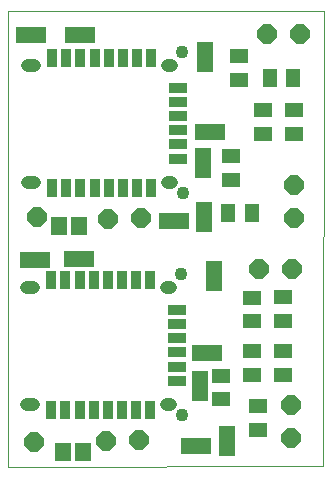
<source format=gbs>
G75*
%MOIN*%
%OFA0B0*%
%FSLAX25Y25*%
%IPPOS*%
%LPD*%
%AMOC8*
5,1,8,0,0,1.08239X$1,22.5*
%
%ADD10C,0.00000*%
%ADD11R,0.03550X0.06306*%
%ADD12R,0.06306X0.03550*%
%ADD13C,0.04337*%
%ADD14C,0.04337*%
%ADD15R,0.05912X0.04731*%
%ADD16R,0.05518X0.06306*%
%ADD17OC8,0.06400*%
%ADD18R,0.05400X0.10400*%
%ADD19R,0.10400X0.05400*%
%ADD20R,0.04731X0.05912*%
D10*
X0020728Y0001000D02*
X0020675Y0152867D01*
X0125931Y0152769D01*
X0125743Y0001103D01*
X0020728Y0001000D01*
D11*
X0035108Y0019760D03*
X0039833Y0019760D03*
X0044557Y0019760D03*
X0049281Y0019760D03*
X0054006Y0019760D03*
X0058730Y0019760D03*
X0063455Y0019760D03*
X0068179Y0019760D03*
X0068179Y0063068D03*
X0063455Y0063068D03*
X0058730Y0063068D03*
X0054006Y0063068D03*
X0049281Y0063068D03*
X0044557Y0063068D03*
X0039833Y0063068D03*
X0035108Y0063068D03*
X0035380Y0093817D03*
X0040105Y0093817D03*
X0044829Y0093817D03*
X0049554Y0093817D03*
X0054278Y0093817D03*
X0059002Y0093817D03*
X0063727Y0093817D03*
X0068451Y0093817D03*
X0068451Y0137125D03*
X0063727Y0137125D03*
X0059002Y0137125D03*
X0054278Y0137125D03*
X0049554Y0137125D03*
X0044829Y0137125D03*
X0040105Y0137125D03*
X0035380Y0137125D03*
D12*
X0077309Y0127282D03*
X0077309Y0122558D03*
X0077309Y0117833D03*
X0077309Y0113109D03*
X0077309Y0108384D03*
X0077309Y0103660D03*
X0077037Y0053225D03*
X0077037Y0048501D03*
X0077037Y0043776D03*
X0077037Y0039052D03*
X0077037Y0034327D03*
X0077037Y0029603D03*
D13*
X0074873Y0021926D02*
X0073297Y0021926D01*
X0074873Y0021926D02*
X0074873Y0021926D01*
X0073297Y0021926D01*
X0073297Y0021926D01*
X0073297Y0060902D02*
X0074873Y0060902D01*
X0074873Y0060902D01*
X0073297Y0060902D01*
X0073297Y0060902D01*
X0073569Y0095983D02*
X0075145Y0095983D01*
X0075145Y0095983D01*
X0073569Y0095983D01*
X0073569Y0095983D01*
X0073569Y0134959D02*
X0075145Y0134959D01*
X0075145Y0134959D01*
X0073569Y0134959D01*
X0073569Y0134959D01*
X0029475Y0134959D02*
X0027113Y0134959D01*
X0029475Y0134959D02*
X0029475Y0134959D01*
X0027113Y0134959D01*
X0027113Y0134959D01*
X0027113Y0095983D02*
X0029475Y0095983D01*
X0029475Y0095983D01*
X0027113Y0095983D01*
X0027113Y0095983D01*
X0026841Y0060902D02*
X0029203Y0060902D01*
X0029203Y0060902D01*
X0026841Y0060902D01*
X0026841Y0060902D01*
X0026841Y0021926D02*
X0029203Y0021926D01*
X0029203Y0021926D01*
X0026841Y0021926D01*
X0026841Y0021926D01*
D14*
X0078612Y0018186D03*
X0078415Y0065036D03*
X0078884Y0092243D03*
X0078687Y0139093D03*
D15*
X0097694Y0137825D03*
X0097694Y0129951D03*
X0105593Y0119772D03*
X0105593Y0111898D03*
X0116002Y0111978D03*
X0116002Y0119852D03*
X0094950Y0104460D03*
X0094950Y0096586D03*
X0102120Y0057346D03*
X0102120Y0049472D03*
X0102046Y0039490D03*
X0102046Y0031616D03*
X0104015Y0021171D03*
X0104015Y0013297D03*
X0091711Y0023481D03*
X0091711Y0031355D03*
X0112437Y0031661D03*
X0112437Y0039535D03*
X0112454Y0049645D03*
X0112454Y0057519D03*
D16*
X0044522Y0081188D03*
X0037829Y0081188D03*
X0038891Y0006021D03*
X0045584Y0006021D03*
D17*
X0053419Y0009599D03*
X0064435Y0009706D03*
X0029365Y0009036D03*
X0054176Y0083618D03*
X0065132Y0083984D03*
X0030300Y0084072D03*
X0104434Y0066804D03*
X0115292Y0066816D03*
X0115939Y0083988D03*
X0116168Y0094892D03*
X0118181Y0145270D03*
X0106971Y0145161D03*
X0115022Y0021425D03*
X0114926Y0010543D03*
D18*
X0093811Y0009652D03*
X0084622Y0027976D03*
X0089504Y0064435D03*
X0085902Y0084215D03*
X0085673Y0102043D03*
X0086251Y0137567D03*
D19*
X0088198Y0112520D03*
X0075956Y0082750D03*
X0044416Y0070146D03*
X0029593Y0070010D03*
X0083291Y0008007D03*
X0086906Y0038743D03*
X0044811Y0144960D03*
X0028398Y0145010D03*
D20*
X0094137Y0085584D03*
X0102011Y0085584D03*
X0107998Y0130513D03*
X0115872Y0130513D03*
M02*

</source>
